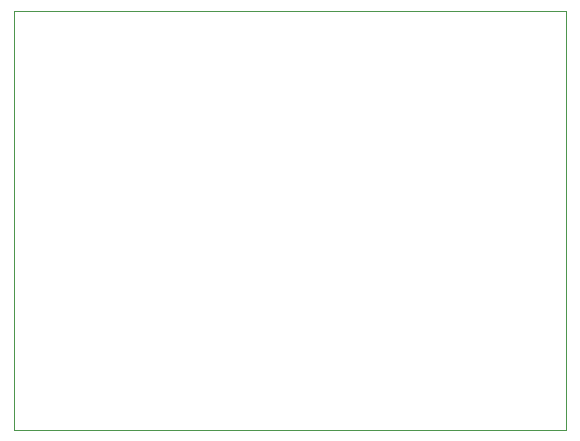
<source format=gbr>
G04 #@! TF.GenerationSoftware,KiCad,Pcbnew,(5.1.5-0-10_14)*
G04 #@! TF.CreationDate,2021-06-08T10:06:00-04:00*
G04 #@! TF.ProjectId,ESLO_COIN_POWER,45534c4f-5f43-44f4-994e-5f504f574552,rev?*
G04 #@! TF.SameCoordinates,Original*
G04 #@! TF.FileFunction,Profile,NP*
%FSLAX46Y46*%
G04 Gerber Fmt 4.6, Leading zero omitted, Abs format (unit mm)*
G04 Created by KiCad (PCBNEW (5.1.5-0-10_14)) date 2021-06-08 10:06:00*
%MOMM*%
%LPD*%
G04 APERTURE LIST*
%ADD10C,0.050000*%
G04 APERTURE END LIST*
D10*
X72500000Y-64500000D02*
X72500000Y-100000000D01*
X119250000Y-64500000D02*
X72500000Y-64500000D01*
X119250000Y-100000000D02*
X119250000Y-64500000D01*
X72500000Y-100000000D02*
X119250000Y-100000000D01*
M02*

</source>
